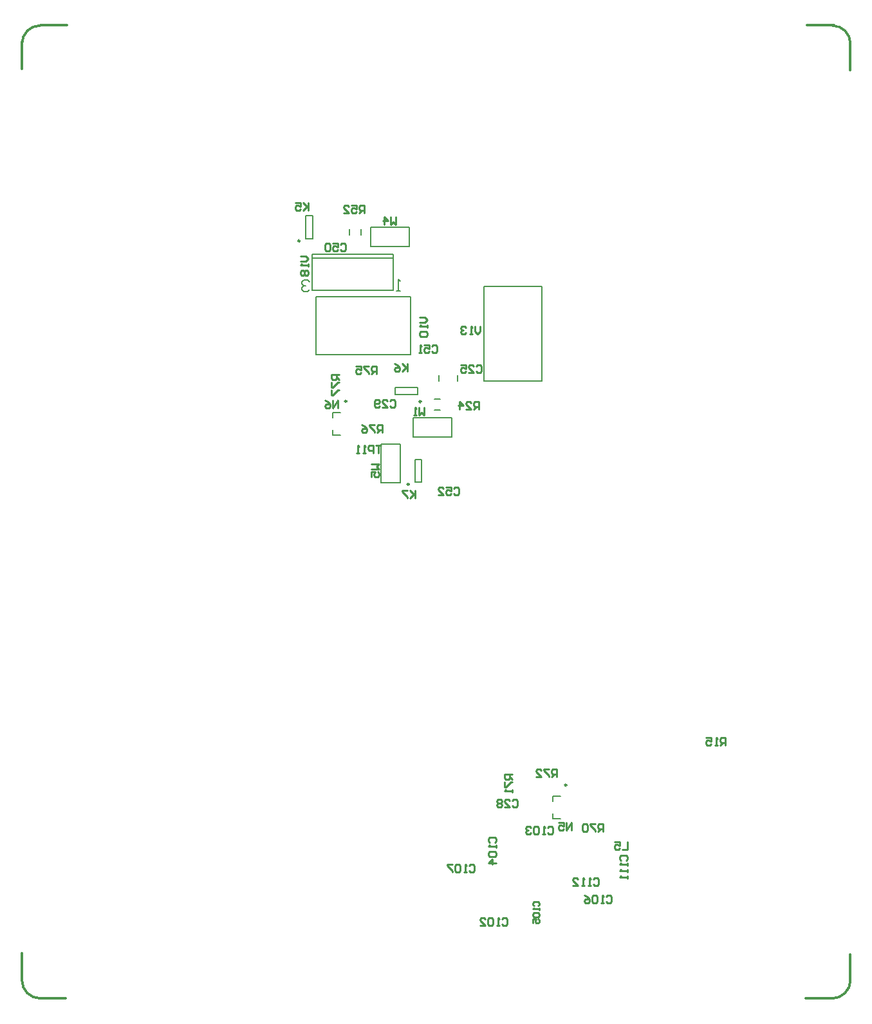
<source format=gbo>
G04 Layer_Color=32896*
%FSLAX25Y25*%
%MOIN*%
G70*
G01*
G75*
%ADD10C,0.01200*%
%ADD52C,0.01000*%
%ADD90C,0.00984*%
%ADD92C,0.00787*%
%ADD94C,0.00500*%
%ADD160C,0.00591*%
D10*
X-17569Y479823D02*
G03*
X-27070Y470322I0J-9501D01*
G01*
X402067Y470325D02*
G03*
X392566Y479826I-9501J0D01*
G01*
X392569Y-24114D02*
G03*
X402070Y-14613I0J9501D01*
G01*
X-27067Y-14616D02*
G03*
X-17566Y-24117I9501J0D01*
G01*
X-27067Y457185D02*
Y471161D01*
X-17470Y479823D02*
X-3789D01*
X379429Y479823D02*
X393406D01*
X402067Y456545D02*
Y470226D01*
X402067Y-15453D02*
Y-1476D01*
X378789Y-24114D02*
X392471D01*
X-27067Y-14518D02*
Y-837D01*
X-18406Y-24114D02*
X-4429D01*
D52*
X163424Y285212D02*
X164090Y285878D01*
X165423D01*
X166090Y285212D01*
Y282546D01*
X165423Y281879D01*
X164090D01*
X163424Y282546D01*
X159425Y281879D02*
X162091D01*
X159425Y284545D01*
Y285212D01*
X160092Y285878D01*
X161425D01*
X162091Y285212D01*
X158092Y282546D02*
X157426Y281879D01*
X156093D01*
X155427Y282546D01*
Y285212D01*
X156093Y285878D01*
X157426D01*
X158092Y285212D01*
Y284545D01*
X157426Y283879D01*
X155427D01*
X196564Y239975D02*
X197230Y240642D01*
X198563D01*
X199229Y239975D01*
Y237309D01*
X198563Y236643D01*
X197230D01*
X196564Y237309D01*
X192565Y240642D02*
X195231D01*
Y238642D01*
X193898Y239309D01*
X193231D01*
X192565Y238642D01*
Y237309D01*
X193231Y236643D01*
X194564D01*
X195231Y237309D01*
X188566Y236643D02*
X191232D01*
X188566Y239309D01*
Y239975D01*
X189233Y240642D01*
X190566D01*
X191232Y239975D01*
X208324Y303220D02*
X208990Y303886D01*
X210323D01*
X210990Y303220D01*
Y300554D01*
X210323Y299887D01*
X208990D01*
X208324Y300554D01*
X204325Y299887D02*
X206991D01*
X204325Y302553D01*
Y303220D01*
X204992Y303886D01*
X206325D01*
X206991Y303220D01*
X200326Y303886D02*
X202992D01*
Y301887D01*
X201659Y302553D01*
X200993D01*
X200326Y301887D01*
Y300554D01*
X200993Y299887D01*
X202326D01*
X202992Y300554D01*
X257590Y62880D02*
Y66878D01*
X254924Y62880D01*
Y66878D01*
X250925D02*
X253591D01*
Y64879D01*
X252258Y65545D01*
X251592D01*
X250925Y64879D01*
Y63546D01*
X251592Y62880D01*
X252925D01*
X253591Y63546D01*
X226924Y78212D02*
X227590Y78878D01*
X228923D01*
X229590Y78212D01*
Y75546D01*
X228923Y74879D01*
X227590D01*
X226924Y75546D01*
X222925Y74879D02*
X225591D01*
X222925Y77545D01*
Y78212D01*
X223592Y78878D01*
X224925D01*
X225591Y78212D01*
X221592D02*
X220926Y78878D01*
X219593D01*
X218927Y78212D01*
Y77545D01*
X219593Y76879D01*
X218927Y76212D01*
Y75546D01*
X219593Y74879D01*
X220926D01*
X221592Y75546D01*
Y76212D01*
X220926Y76879D01*
X221592Y77545D01*
Y78212D01*
X220926Y76879D02*
X219593D01*
X137787Y366324D02*
X138453Y366991D01*
X139786D01*
X140453Y366324D01*
Y363659D01*
X139786Y362992D01*
X138453D01*
X137787Y363659D01*
X133788Y366991D02*
X136454D01*
Y364991D01*
X135121Y365658D01*
X134455D01*
X133788Y364991D01*
Y363659D01*
X134455Y362992D01*
X135788D01*
X136454Y363659D01*
X132455Y366324D02*
X131789Y366991D01*
X130456D01*
X129790Y366324D01*
Y363659D01*
X130456Y362992D01*
X131789D01*
X132455Y363659D01*
Y366324D01*
X185224Y313812D02*
X185890Y314478D01*
X187223D01*
X187890Y313812D01*
Y311146D01*
X187223Y310479D01*
X185890D01*
X185224Y311146D01*
X181225Y314478D02*
X183891D01*
Y312479D01*
X182558Y313145D01*
X181892D01*
X181225Y312479D01*
Y311146D01*
X181892Y310479D01*
X183225D01*
X183891Y311146D01*
X179892Y310479D02*
X178559D01*
X179226D01*
Y314478D01*
X179892Y313812D01*
X283184Y47295D02*
X282517Y47961D01*
Y49294D01*
X283184Y49961D01*
X285849D01*
X286516Y49294D01*
Y47961D01*
X285849Y47295D01*
X286516Y45962D02*
Y44629D01*
Y45296D01*
X282517D01*
X283184Y45962D01*
X286516Y42630D02*
Y41297D01*
Y41963D01*
X282517D01*
X283184Y42630D01*
X286516Y39297D02*
Y37964D01*
Y38631D01*
X282517D01*
X283184Y39297D01*
X268870Y37702D02*
X269536Y38369D01*
X270869D01*
X271535Y37702D01*
Y35037D01*
X270869Y34370D01*
X269536D01*
X268870Y35037D01*
X267537Y34370D02*
X266204D01*
X266870D01*
Y38369D01*
X267537Y37702D01*
X264205Y34370D02*
X262872D01*
X263538D01*
Y38369D01*
X264205Y37702D01*
X258206Y34370D02*
X260872D01*
X258206Y37036D01*
Y37702D01*
X258873Y38369D01*
X260206D01*
X260872Y37702D01*
X121367Y387902D02*
Y383904D01*
Y385236D01*
X118702Y387902D01*
X120701Y385903D01*
X118702Y383904D01*
X114703Y387902D02*
X117369D01*
Y385903D01*
X116036Y386569D01*
X115369D01*
X114703Y385903D01*
Y384570D01*
X115369Y383904D01*
X116702D01*
X117369Y384570D01*
X172590Y304678D02*
Y300679D01*
Y302012D01*
X169924Y304678D01*
X171923Y302679D01*
X169924Y300679D01*
X165925Y304678D02*
X167258Y304012D01*
X168591Y302679D01*
Y301346D01*
X167925Y300679D01*
X166592D01*
X165925Y301346D01*
Y302012D01*
X166592Y302679D01*
X168591D01*
X176590Y238978D02*
Y234980D01*
Y236312D01*
X173924Y238978D01*
X175923Y236979D01*
X173924Y234980D01*
X172591Y238978D02*
X169925D01*
Y238312D01*
X172591Y235646D01*
Y234980D01*
X286457Y56912D02*
Y52913D01*
X283791D01*
X279792Y56912D02*
X282458D01*
Y54913D01*
X281125Y55579D01*
X280459D01*
X279792Y54913D01*
Y53580D01*
X280459Y52913D01*
X281791D01*
X282458Y53580D01*
X136713Y281774D02*
Y285773D01*
X134047Y281774D01*
Y285773D01*
X130048D02*
X131381Y285106D01*
X132714Y283773D01*
Y282441D01*
X132048Y281774D01*
X130715D01*
X130048Y282441D01*
Y283107D01*
X130715Y283773D01*
X132714D01*
X337106Y106841D02*
Y110839D01*
X335107D01*
X334440Y110173D01*
Y108840D01*
X335107Y108174D01*
X337106D01*
X335773D02*
X334440Y106841D01*
X333108D02*
X331775D01*
X332441D01*
Y110839D01*
X333108Y110173D01*
X327110Y110839D02*
X329775D01*
Y108840D01*
X328442Y109506D01*
X327776D01*
X327110Y108840D01*
Y107507D01*
X327776Y106841D01*
X329109D01*
X329775Y107507D01*
X209492Y280965D02*
Y284963D01*
X207493D01*
X206826Y284297D01*
Y282964D01*
X207493Y282297D01*
X209492D01*
X208159D02*
X206826Y280965D01*
X202828D02*
X205493D01*
X202828Y283630D01*
Y284297D01*
X203494Y284963D01*
X204827D01*
X205493Y284297D01*
X199495Y280965D02*
Y284963D01*
X201495Y282964D01*
X198829D01*
X150236Y382638D02*
Y386636D01*
X148237D01*
X147570Y385970D01*
Y384637D01*
X148237Y383971D01*
X150236D01*
X148903D02*
X147570Y382638D01*
X143572Y386636D02*
X146238D01*
Y384637D01*
X144905Y385304D01*
X144238D01*
X143572Y384637D01*
Y383304D01*
X144238Y382638D01*
X145571D01*
X146238Y383304D01*
X139573Y382638D02*
X142239D01*
X139573Y385304D01*
Y385970D01*
X140240Y386636D01*
X141572D01*
X142239Y385970D01*
X274016Y62441D02*
Y66440D01*
X272016D01*
X271350Y65773D01*
Y64440D01*
X272016Y63774D01*
X274016D01*
X272683D02*
X271350Y62441D01*
X270017Y66440D02*
X267351D01*
Y65773D01*
X270017Y63107D01*
Y62441D01*
X266018Y65773D02*
X265352Y66440D01*
X264019D01*
X263352Y65773D01*
Y63107D01*
X264019Y62441D01*
X265352D01*
X266018Y63107D01*
Y65773D01*
X226918Y92033D02*
X222919D01*
Y90034D01*
X223586Y89368D01*
X224918D01*
X225585Y90034D01*
Y92033D01*
Y90701D02*
X226918Y89368D01*
X222919Y88035D02*
Y85369D01*
X223586D01*
X226251Y88035D01*
X226918D01*
Y84036D02*
Y82703D01*
Y83370D01*
X222919D01*
X223586Y84036D01*
X249790Y90680D02*
Y94678D01*
X247790D01*
X247124Y94012D01*
Y92679D01*
X247790Y92012D01*
X249790D01*
X248457D02*
X247124Y90680D01*
X245791Y94678D02*
X243125D01*
Y94012D01*
X245791Y91346D01*
Y90680D01*
X239126D02*
X241792D01*
X239126Y93345D01*
Y94012D01*
X239793Y94678D01*
X241126D01*
X241792Y94012D01*
X156490Y299279D02*
Y303278D01*
X154490D01*
X153824Y302612D01*
Y301279D01*
X154490Y300612D01*
X156490D01*
X155157D02*
X153824Y299279D01*
X152491Y303278D02*
X149825D01*
Y302612D01*
X152491Y299946D01*
Y299279D01*
X145826Y303278D02*
X148492D01*
Y301279D01*
X147159Y301945D01*
X146493D01*
X145826Y301279D01*
Y299946D01*
X146493Y299279D01*
X147826D01*
X148492Y299946D01*
X159690Y268880D02*
Y272878D01*
X157690D01*
X157024Y272212D01*
Y270879D01*
X157690Y270212D01*
X159690D01*
X158357D02*
X157024Y268880D01*
X155691Y272878D02*
X153025D01*
Y272212D01*
X155691Y269546D01*
Y268880D01*
X149027Y272878D02*
X150359Y272212D01*
X151692Y270879D01*
Y269546D01*
X151026Y268880D01*
X149693D01*
X149027Y269546D01*
Y270212D01*
X149693Y270879D01*
X151692D01*
X137390Y299079D02*
X133391D01*
Y297080D01*
X134057Y296414D01*
X135390D01*
X136057Y297080D01*
Y299079D01*
Y297747D02*
X137390Y296414D01*
X133391Y295081D02*
Y292415D01*
X134057D01*
X136723Y295081D01*
X137390D01*
X133391Y291082D02*
Y288416D01*
X134057D01*
X136723Y291082D01*
X137390D01*
X158916Y262345D02*
X156250D01*
X157583D01*
Y258347D01*
X154917D02*
Y262345D01*
X152918D01*
X152251Y261679D01*
Y260346D01*
X152918Y259679D01*
X154917D01*
X150918Y258347D02*
X149585D01*
X150252D01*
Y262345D01*
X150918Y261679D01*
X147586Y258347D02*
X146253D01*
X146920D01*
Y262345D01*
X147586Y261679D01*
X178791Y328679D02*
X181457D01*
X182790Y327347D01*
X181457Y326014D01*
X178791D01*
X182790Y324681D02*
Y323348D01*
Y324014D01*
X178791D01*
X179457Y324681D01*
Y321349D02*
X178791Y320682D01*
Y319349D01*
X179457Y318683D01*
X182123D01*
X182790Y319349D01*
Y320682D01*
X182123Y321349D01*
X179457D01*
X210190Y323878D02*
Y321212D01*
X208857Y319880D01*
X207524Y321212D01*
Y323878D01*
X206191Y319880D02*
X204858D01*
X205525D01*
Y323878D01*
X206191Y323212D01*
X202859D02*
X202192Y323878D01*
X200859D01*
X200193Y323212D01*
Y322545D01*
X200859Y321879D01*
X201526D01*
X200859D01*
X200193Y321212D01*
Y320546D01*
X200859Y319880D01*
X202192D01*
X202859Y320546D01*
X117300Y360197D02*
X119966D01*
X121299Y358864D01*
X119966Y357531D01*
X117300D01*
X121299Y356198D02*
Y354865D01*
Y355532D01*
X117300D01*
X117967Y356198D01*
Y352866D02*
X117300Y352199D01*
Y350867D01*
X117967Y350200D01*
X118633D01*
X119300Y350867D01*
X119966Y350200D01*
X120633D01*
X121299Y350867D01*
Y352199D01*
X120633Y352866D01*
X119966D01*
X119300Y352199D01*
X118633Y352866D01*
X117967D01*
X119300Y352199D02*
Y350867D01*
X181398Y281902D02*
Y277904D01*
X180065Y279237D01*
X178732Y277904D01*
Y281902D01*
X177399Y277904D02*
X176066D01*
X176733D01*
Y281902D01*
X177399Y281236D01*
X166417Y380534D02*
Y376535D01*
X165084Y377868D01*
X163751Y376535D01*
Y380534D01*
X160419Y376535D02*
Y380534D01*
X162419Y378535D01*
X159753D01*
X153757Y252598D02*
X157756D01*
X156423Y251266D01*
X157756Y249933D01*
X153757D01*
Y245934D02*
Y248600D01*
X155756D01*
X155090Y247267D01*
Y246600D01*
X155756Y245934D01*
X157089D01*
X157756Y246600D01*
Y247933D01*
X157089Y248600D01*
X221724Y17012D02*
X222390Y17678D01*
X223723D01*
X224390Y17012D01*
Y14346D01*
X223723Y13679D01*
X222390D01*
X221724Y14346D01*
X220391Y13679D02*
X219058D01*
X219725D01*
Y17678D01*
X220391Y17012D01*
X217059D02*
X216392Y17678D01*
X215059D01*
X214393Y17012D01*
Y14346D01*
X215059Y13679D01*
X216392D01*
X217059Y14346D01*
Y17012D01*
X210394Y13679D02*
X213060D01*
X210394Y16345D01*
Y17012D01*
X211061Y17678D01*
X212394D01*
X213060Y17012D01*
X245366Y64258D02*
X246032Y64924D01*
X247365D01*
X248031Y64258D01*
Y61592D01*
X247365Y60925D01*
X246032D01*
X245366Y61592D01*
X244033Y60925D02*
X242700D01*
X243366D01*
Y64924D01*
X244033Y64258D01*
X240701D02*
X240034Y64924D01*
X238701D01*
X238035Y64258D01*
Y61592D01*
X238701Y60925D01*
X240034D01*
X240701Y61592D01*
Y64258D01*
X236702D02*
X236035Y64924D01*
X234702D01*
X234036Y64258D01*
Y63591D01*
X234702Y62924D01*
X235369D01*
X234702D01*
X234036Y62258D01*
Y61592D01*
X234702Y60925D01*
X236035D01*
X236702Y61592D01*
X215085Y56662D02*
X214418Y57329D01*
Y58662D01*
X215085Y59328D01*
X217751D01*
X218417Y58662D01*
Y57329D01*
X217751Y56662D01*
X218417Y55330D02*
Y53997D01*
Y54663D01*
X214418D01*
X215085Y55330D01*
Y51997D02*
X214418Y51331D01*
Y49998D01*
X215085Y49332D01*
X217751D01*
X218417Y49998D01*
Y51331D01*
X217751Y51997D01*
X215085D01*
X218417Y45999D02*
X214418D01*
X216418Y47999D01*
Y45333D01*
X238242Y23846D02*
X237718Y24371D01*
Y25420D01*
X238242Y25945D01*
X240341D01*
X240866Y25420D01*
Y24371D01*
X240341Y23846D01*
X240866Y22796D02*
Y21747D01*
Y22272D01*
X237718D01*
X238242Y22796D01*
Y20173D02*
X237718Y19648D01*
Y18598D01*
X238242Y18073D01*
X240341D01*
X240866Y18598D01*
Y19648D01*
X240341Y20173D01*
X238242D01*
X237718Y14925D02*
Y17024D01*
X239292D01*
X238767Y15974D01*
Y15450D01*
X239292Y14925D01*
X240341D01*
X240866Y15450D01*
Y16499D01*
X240341Y17024D01*
X275524Y28612D02*
X276190Y29278D01*
X277523D01*
X278190Y28612D01*
Y25946D01*
X277523Y25280D01*
X276190D01*
X275524Y25946D01*
X274191Y25280D02*
X272858D01*
X273525D01*
Y29278D01*
X274191Y28612D01*
X270859D02*
X270192Y29278D01*
X268859D01*
X268193Y28612D01*
Y25946D01*
X268859Y25280D01*
X270192D01*
X270859Y25946D01*
Y28612D01*
X264194Y29278D02*
X265527Y28612D01*
X266860Y27279D01*
Y25946D01*
X266194Y25280D01*
X264861D01*
X264194Y25946D01*
Y26612D01*
X264861Y27279D01*
X266860D01*
X204682Y44800D02*
X205349Y45466D01*
X206682D01*
X207348Y44800D01*
Y42134D01*
X206682Y41468D01*
X205349D01*
X204682Y42134D01*
X203349Y41468D02*
X202016D01*
X202683D01*
Y45466D01*
X203349Y44800D01*
X200017D02*
X199351Y45466D01*
X198018D01*
X197351Y44800D01*
Y42134D01*
X198018Y41468D01*
X199351D01*
X200017Y42134D01*
Y44800D01*
X196018Y45466D02*
X193352D01*
Y44800D01*
X196018Y42134D01*
Y41468D01*
D90*
X255098Y86378D02*
G03*
X255098Y86378I-492J0D01*
G01*
X141142Y285177D02*
G03*
X141142Y285177I-492J0D01*
G01*
X173465Y242102D02*
G03*
X173465Y242102I-492J0D01*
G01*
X179741Y285071D02*
G03*
X179741Y285071I-492J0D01*
G01*
X116929Y368209D02*
G03*
X116929Y368209I-492J0D01*
G01*
D92*
X188965Y295613D02*
Y298762D01*
X198414Y295613D02*
Y298762D01*
X247913Y80669D02*
X251850D01*
X247913Y77913D02*
Y80669D01*
Y68858D02*
X251850D01*
X247913D02*
Y71614D01*
X169055Y242874D02*
Y262874D01*
X159055Y242874D02*
X169055D01*
X159055D02*
Y262874D01*
X169055D01*
X153455Y365270D02*
X173455D01*
X153455D02*
Y375270D01*
X173455D01*
Y365270D02*
Y375270D01*
X175566Y276557D02*
X195566D01*
Y266558D02*
Y276557D01*
X175566Y266558D02*
X195566D01*
X175566D02*
Y276557D01*
X123203Y342512D02*
Y361409D01*
X165329Y342512D02*
Y361409D01*
X123203Y342512D02*
X165329D01*
X123203Y361409D02*
X165329D01*
X123203Y359441D02*
X165329D01*
X148574Y371254D02*
Y374404D01*
X142668Y371254D02*
Y374404D01*
X186417Y286417D02*
X189567D01*
X186417Y280512D02*
X189567D01*
X133957Y279468D02*
X137894D01*
X133957Y276712D02*
Y279468D01*
Y267657D02*
X137894D01*
X133957D02*
Y270413D01*
X176516Y255094D02*
X180059D01*
X176516Y243283D02*
X180059D01*
X176516D02*
Y255094D01*
X180059Y243283D02*
Y255094D01*
X178068Y288614D02*
Y292158D01*
X166257D02*
X178068D01*
X166257Y288614D02*
X178068D01*
X166257D02*
Y292158D01*
X119980Y381201D02*
X123524D01*
X119980Y369390D02*
X123524D01*
X119980D02*
Y381201D01*
X123524Y369390D02*
Y381201D01*
D94*
X242284Y295669D02*
Y344488D01*
X212362D02*
X242284D01*
X212362Y295669D02*
X242284D01*
X212362D02*
Y344488D01*
X174203Y309449D02*
Y339370D01*
X125384D02*
X174203D01*
X125384Y309449D02*
X174203D01*
X125384D02*
Y339370D01*
D160*
X121752Y347046D02*
X120768Y348030D01*
X118800D01*
X117816Y347046D01*
Y346062D01*
X118800Y345078D01*
X119784D01*
X118800D01*
X117816Y344094D01*
Y343110D01*
X118800Y342126D01*
X120768D01*
X121752Y343110D01*
X168848Y342274D02*
X166881D01*
X167865D01*
Y348177D01*
X168848Y347193D01*
M02*

</source>
